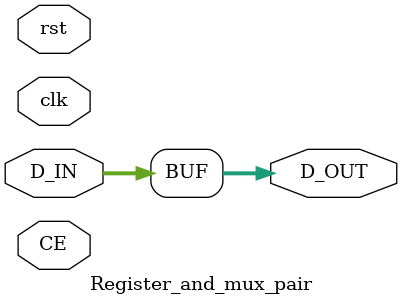
<source format=v>
module Register_and_mux_pair #(parameter WIDTH = 18, REG_SEL = 0, RSTTYPE = "SYNC")
(
	input wire [WIDTH-1:0] D_IN,
	input wire 			   clk,
	input wire 			   rst,
	input wire			   CE,
	output reg [WIDTH-1:0] D_OUT
);


	generate 
		if (REG_SEL) begin
			// reg
			if (RSTTYPE == "SYNC") begin
				// sync rst type
				always @(posedge clk) begin
					if (CE) begin
						if (rst)
							D_OUT <= 'b0;
						else
							D_OUT <= D_IN;
					end
				end
			end
			else if (RSTTYPE == "ASYNC") begin
				// async rst type
				always @(posedge clk or posedge rst) begin
					if (rst) 
						D_OUT <= 'b0;
					else if (CE)
						D_OUT <= D_IN;
				end
			end
		end	
		else begin
			// comb
			always @(*) begin
				D_OUT = D_IN;
			end			
		end		
	endgenerate


endmodule

</source>
